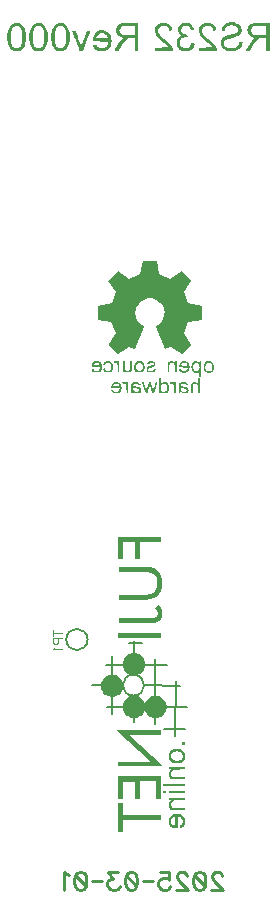
<source format=gbr>
G04 DipTrace 5.1.0.3*
G04 BottomSilk.gbr*
%MOIN*%
G04 #@! TF.FileFunction,Legend,Bot*
G04 #@! TF.Part,Single*
%ADD15C,0.007874*%
%ADD18C,0.005906*%
%ADD62C,0.004632*%
%ADD63C,0.009264*%
%FSLAX26Y26*%
G04*
G70*
G90*
G75*
G01*
G04 BotSilk*
%LPD*%
X758763Y1506776D2*
D15*
G02X758763Y1506776I35433J0D01*
G01*
G36*
X932788Y1511968D2*
X1074603D1*
Y1528899D1*
X932788D1*
Y1511968D1*
G37*
G36*
X932314Y962314D2*
Y864864D1*
X948692D1*
Y905025D1*
X1074704D1*
Y922251D1*
X948692D1*
Y962314D1*
X932314D1*
G37*
G36*
Y1050510D2*
Y975306D1*
X948421D1*
Y1033284D1*
X988843D1*
Y975306D1*
X1004373D1*
Y1033579D1*
X1059173D1*
Y975306D1*
X1074704D1*
Y1050510D1*
X932314D1*
G37*
G36*
X1074637Y1204067D2*
X926074D1*
X1040454Y1099924D1*
X932008D1*
Y1083781D1*
X1081486D1*
X967715Y1187924D1*
X1074637D1*
Y1204067D1*
G37*
G36*
X933059Y1579002D2*
Y1561973D1*
X1045812D1*
X1055172Y1562957D1*
X1062021Y1565024D1*
X1067311Y1567878D1*
X1071109Y1571028D1*
X1074466Y1575655D1*
X1076739Y1580970D1*
X1077824Y1587270D1*
X1078536Y1595046D1*
Y1600460D1*
X1077213Y1605678D1*
X1073517Y1613158D1*
X1070024Y1618179D1*
X1064667Y1623100D1*
X1053137Y1611583D1*
X1057206Y1608040D1*
X1059750Y1604693D1*
X1062124Y1599968D1*
X1062971Y1597606D1*
X1063344Y1594751D1*
X1063106Y1590519D1*
X1062530Y1588155D1*
X1061717Y1586384D1*
X1060326Y1584317D1*
X1058020Y1582250D1*
X1055273Y1580675D1*
X1053306Y1579789D1*
X1050899Y1579494D1*
X1048152Y1579100D1*
X1046050Y1578903D1*
X933059Y1579002D1*
G37*
G36*
X932958Y1749292D2*
Y1732066D1*
X1024211D1*
X1032417Y1731574D1*
X1041437Y1729507D1*
X1049034Y1726062D1*
X1053068Y1723011D1*
X1056799Y1718581D1*
X1060190Y1711888D1*
X1062394Y1702339D1*
X1062802Y1694268D1*
X1061717Y1683046D1*
X1059274Y1675073D1*
X1055815Y1669167D1*
X1053068Y1666116D1*
X1047372Y1661981D1*
X1038861Y1658634D1*
X1025500Y1656666D1*
X1012613D1*
X932890D1*
Y1639440D1*
X1021125D1*
X1036554Y1640621D1*
X1048187Y1643476D1*
X1056935Y1647609D1*
X1063853Y1652926D1*
X1069347Y1659323D1*
X1073618Y1667100D1*
X1076806Y1677140D1*
X1078501Y1692003D1*
Y1695843D1*
X1077553Y1708344D1*
X1074669Y1719466D1*
X1070668Y1727735D1*
X1065446Y1734625D1*
X1058326Y1740434D1*
X1049645Y1744961D1*
X1037776Y1748111D1*
X1021227Y1749390D1*
X932958Y1749292D1*
G37*
X983519Y1500649D2*
D18*
Y1390993D1*
X891655Y1422885D2*
X1093117D1*
X968190Y1495726D2*
X1009969D1*
X912374Y1452710D2*
Y1258205D1*
X844994Y1353687D2*
X946285D1*
X894265Y1281731D2*
X1160091D1*
X1123433Y1369043D2*
X1122789Y1185167D1*
G36*
X948794Y1352508D2*
X948477Y1347676D1*
X947533Y1342928D1*
X945977Y1338343D1*
X943835Y1334001D1*
X941145Y1329975D1*
X937953Y1326335D1*
X934313Y1323143D1*
X930287Y1320453D1*
X925945Y1318311D1*
X921360Y1316755D1*
X916612Y1315811D1*
X911780Y1315494D1*
X906949Y1315811D1*
X902200Y1316755D1*
X897616Y1318311D1*
X893273Y1320453D1*
X889248Y1323143D1*
X885608Y1326335D1*
X882415Y1329975D1*
X879725Y1334001D1*
X877584Y1338343D1*
X876028Y1342928D1*
X875083Y1347676D1*
X874767Y1352508D1*
Y1353191D1*
X875083Y1358023D1*
X876028Y1362771D1*
X877584Y1367356D1*
X879725Y1371698D1*
X882415Y1375724D1*
X885608Y1379364D1*
X889248Y1382556D1*
X893273Y1385246D1*
X897616Y1387388D1*
X902200Y1388944D1*
X906949Y1389889D1*
X911780Y1390205D1*
X916612Y1389889D1*
X921360Y1388944D1*
X925945Y1387388D1*
X930287Y1385246D1*
X934313Y1382556D1*
X937953Y1379364D1*
X941145Y1375724D1*
X943835Y1371698D1*
X945977Y1367356D1*
X947533Y1362771D1*
X948477Y1358023D1*
X948794Y1353191D1*
Y1352508D1*
G37*
G36*
X932652Y1774098D2*
Y1849203D1*
X1075517D1*
Y1831878D1*
X1004543D1*
Y1774098D1*
X989046D1*
Y1832371D1*
X948557D1*
Y1774098D1*
X932652D1*
G37*
G36*
X1021396Y1424249D2*
X1021080Y1419420D1*
X1020136Y1414674D1*
X1018580Y1410091D1*
X1016440Y1405751D1*
X1013751Y1401727D1*
X1010560Y1398089D1*
X1006922Y1394898D1*
X1002898Y1392209D1*
X998558Y1390069D1*
X993975Y1388513D1*
X989229Y1387569D1*
X984400Y1387252D1*
X979571Y1387569D1*
X974824Y1388513D1*
X970242Y1390069D1*
X965901Y1392209D1*
X961878Y1394898D1*
X958239Y1398089D1*
X955048Y1401727D1*
X952360Y1405751D1*
X950219Y1410091D1*
X948664Y1414674D1*
X947720Y1419420D1*
X947403Y1424249D1*
Y1424967D1*
X947720Y1429796D1*
X948664Y1434543D1*
X950219Y1439125D1*
X952360Y1443465D1*
X955048Y1447489D1*
X958239Y1451128D1*
X961878Y1454319D1*
X965901Y1457007D1*
X970242Y1459148D1*
X974824Y1460703D1*
X979571Y1461647D1*
X984400Y1461964D1*
X989229Y1461647D1*
X993975Y1460703D1*
X998558Y1459148D1*
X1002898Y1457007D1*
X1006922Y1454319D1*
X1010560Y1451128D1*
X1013751Y1447489D1*
X1016440Y1443465D1*
X1018580Y1439125D1*
X1020136Y1434543D1*
X1021080Y1429796D1*
X1021396Y1424967D1*
Y1424249D1*
G37*
G36*
Y1282110D2*
X1021080Y1277281D1*
X1020136Y1272535D1*
X1018580Y1267952D1*
X1016440Y1263612D1*
X1013751Y1259588D1*
X1010560Y1255949D1*
X1006922Y1252759D1*
X1002898Y1250070D1*
X998558Y1247930D1*
X993975Y1246374D1*
X989229Y1245430D1*
X984400Y1245113D1*
X979571Y1245430D1*
X974824Y1246374D1*
X970242Y1247930D1*
X965901Y1250070D1*
X961878Y1252759D1*
X958239Y1255949D1*
X955048Y1259588D1*
X952360Y1263612D1*
X950219Y1267952D1*
X948664Y1272535D1*
X947720Y1277281D1*
X947403Y1282110D1*
Y1282829D1*
X947720Y1287658D1*
X948664Y1292405D1*
X950219Y1296987D1*
X952360Y1301328D1*
X955048Y1305351D1*
X958239Y1308990D1*
X961878Y1312181D1*
X965901Y1314869D1*
X970242Y1317010D1*
X974824Y1318565D1*
X979571Y1319509D1*
X984400Y1319826D1*
X989229Y1319509D1*
X993975Y1318565D1*
X998558Y1317010D1*
X1002898Y1314869D1*
X1006922Y1312181D1*
X1010560Y1308990D1*
X1013751Y1305351D1*
X1016440Y1301328D1*
X1018580Y1296987D1*
X1020136Y1292405D1*
X1021080Y1287658D1*
X1021396Y1282829D1*
Y1282110D1*
G37*
G36*
X1093185Y1282093D2*
X1092869Y1277266D1*
X1091925Y1272522D1*
X1090370Y1267942D1*
X1088231Y1263603D1*
X1085543Y1259581D1*
X1082354Y1255944D1*
X1078717Y1252755D1*
X1074695Y1250068D1*
X1070357Y1247928D1*
X1065777Y1246373D1*
X1061032Y1245430D1*
X1056206Y1245113D1*
X1051379Y1245430D1*
X1046634Y1246373D1*
X1042054Y1247928D1*
X1037716Y1250068D1*
X1033694Y1252755D1*
X1030057Y1255944D1*
X1026868Y1259581D1*
X1024180Y1263603D1*
X1022041Y1267942D1*
X1020486Y1272522D1*
X1019542Y1277266D1*
X1019226Y1282093D1*
Y1282846D1*
X1019542Y1287673D1*
X1020486Y1292417D1*
X1022041Y1296998D1*
X1024180Y1301336D1*
X1026868Y1305358D1*
X1030057Y1308995D1*
X1033694Y1312184D1*
X1037716Y1314872D1*
X1042054Y1317011D1*
X1046634Y1318566D1*
X1051379Y1319510D1*
X1056206Y1319826D1*
X1061032Y1319510D1*
X1065777Y1318566D1*
X1070357Y1317011D1*
X1074695Y1314872D1*
X1078717Y1312184D1*
X1082354Y1308995D1*
X1085543Y1305358D1*
X1088231Y1301336D1*
X1090370Y1296998D1*
X1091925Y1292417D1*
X1092869Y1287673D1*
X1093185Y1282846D1*
Y1282093D1*
G37*
X982133Y1319628D2*
D18*
X983243D1*
G03X983243Y1389221I0J34797D01*
G01*
X982133D1*
G03X982133Y1319628I0J-34797D01*
G01*
X1083487Y1209776D2*
X1154767D1*
X1053509Y1442966D2*
Y1225132D1*
X983553Y1233106D2*
Y1311754D1*
X1019532Y1353687D2*
X1136794Y1353096D1*
G36*
X1105557Y2482234D2*
X1088393Y2475169D1*
X1086167Y2476224D1*
X1056605Y2548760D1*
X1057104Y2550642D1*
X1063280Y2553854D1*
X1068865Y2557983D1*
X1074042Y2562800D1*
X1079083Y2569361D1*
X1082080Y2575830D1*
X1084759Y2583493D1*
X1086030Y2590512D1*
X1086303Y2598817D1*
X1085168Y2606249D1*
X1083760Y2611342D1*
X1080853Y2617994D1*
X1076903Y2624280D1*
X1072045Y2629969D1*
X1066096Y2635016D1*
X1059874Y2638687D1*
X1052473Y2641852D1*
X1044935Y2643641D1*
X1037851Y2644238D1*
X1032400Y2643825D1*
X1024635Y2642402D1*
X1017324Y2639742D1*
X1011012Y2636117D1*
X1005336Y2631941D1*
X999614Y2625886D1*
X995618Y2620060D1*
X991986Y2612627D1*
X990033Y2605699D1*
X989306Y2600376D1*
X989034Y2592990D1*
X989806Y2585787D1*
X991895Y2578262D1*
X995345Y2570646D1*
X999705Y2564682D1*
X1004474Y2559543D1*
X1010604Y2554863D1*
X1017597Y2550918D1*
X1018505Y2549633D1*
X1018323Y2548027D1*
X988807Y2475857D1*
X986627Y2475123D1*
X969280Y2482280D1*
X932407Y2457642D1*
X931453D1*
X899938Y2488888D1*
X899848Y2490218D1*
X924687Y2526876D1*
X909339Y2563993D1*
X865017Y2572619D1*
X865109Y2618224D1*
X909566Y2626804D1*
X924732Y2663461D1*
X899302Y2701267D1*
X931816Y2733522D1*
X969099Y2708378D1*
X1006063Y2723427D1*
X1014690Y2767793D1*
X1060374Y2767885D1*
X1069184Y2723473D1*
X1105920Y2708287D1*
X1143339Y2733430D1*
X1175717Y2701267D1*
X1150559Y2663875D1*
X1165726Y2626896D1*
X1210138Y2618270D1*
Y2572527D1*
X1165726Y2563764D1*
X1150650Y2527519D1*
X1175626Y2489805D1*
X1143429Y2457184D1*
X1106511Y2482188D1*
X1105557Y2482234D1*
G37*
G36*
X1303333Y3563407D2*
X1297428Y3562226D1*
X1293885Y3561045D1*
X1289160Y3558683D1*
X1285617Y3556321D1*
X1280893Y3551596D1*
X1277349Y3544510D1*
X1276168Y3540966D1*
Y3536242D1*
X1286798D1*
X1289160Y3543329D1*
Y3544510D1*
X1295066Y3550415D1*
X1297428Y3551596D1*
X1302152Y3552777D1*
X1307664Y3553959D1*
X1313176D1*
X1318688Y3552777D1*
X1323412Y3551596D1*
X1325774Y3550415D1*
X1331680Y3544510D1*
Y3540966D1*
X1332573Y3539378D1*
X1332455Y3538314D1*
X1331680Y3537423D1*
X1330499Y3533880D1*
Y3532699D1*
X1328137Y3530336D1*
X1323412Y3527974D1*
X1316326Y3525612D1*
X1297428Y3520888D1*
X1290341Y3518525D1*
X1285617Y3516163D1*
X1282074Y3513801D1*
X1277349Y3509077D1*
X1274987Y3505533D1*
X1273806Y3501990D1*
Y3487817D1*
X1277349Y3480730D1*
X1284436Y3473644D1*
X1291522Y3470100D1*
X1295066Y3468919D1*
X1300971Y3467738D1*
X1315145D1*
X1321050Y3468919D1*
X1325774Y3470100D1*
X1332861Y3473644D1*
X1341129Y3481911D1*
X1343491Y3485455D1*
X1344672Y3488998D1*
X1345853Y3491360D1*
X1347034Y3498447D1*
Y3499628D1*
X1336404D1*
X1335223Y3497266D1*
X1334042Y3492541D1*
X1332861Y3490179D1*
X1330499Y3486636D1*
X1325774Y3481911D1*
X1323412Y3480730D1*
X1319869Y3479549D1*
X1315145Y3478368D1*
X1310026Y3477187D1*
X1304908D1*
X1299790Y3478368D1*
X1292704Y3480730D1*
X1290341Y3481911D1*
X1285617Y3486636D1*
Y3487817D1*
X1284436Y3488998D1*
Y3498447D1*
X1285617Y3499628D1*
Y3500809D1*
X1289160Y3504352D1*
X1296247Y3507896D1*
X1315145Y3512620D1*
X1329318Y3517344D1*
X1336404Y3522069D1*
X1338767Y3524431D1*
X1341129Y3527974D1*
X1342310Y3531518D1*
X1343491Y3536242D1*
Y3539785D1*
X1342310Y3545691D1*
X1339948Y3550415D1*
X1337585Y3553959D1*
X1336404Y3555140D1*
X1331680Y3558683D1*
X1329318Y3559864D1*
X1323412Y3562226D1*
X1317507Y3563407D1*
X1303333D1*
G37*
G36*
X571050Y3551596D2*
X570662Y3550163D1*
X569869Y3549234D1*
X566326Y3542148D1*
X565145Y3538604D1*
X563963Y3532699D1*
X562782Y3523250D1*
Y3507896D1*
X563963Y3497266D1*
X565145Y3491360D1*
X566326Y3487817D1*
X571050Y3478368D1*
X578137Y3471281D1*
X582861Y3468919D1*
X587585Y3467738D1*
X598215D1*
X602940Y3468919D1*
X607664Y3471281D1*
X611208Y3473644D1*
X613570Y3476006D1*
X615932Y3479549D1*
X619475Y3486636D1*
X620656Y3490179D1*
X621837Y3494903D1*
X623019Y3503171D1*
Y3526793D1*
X621837Y3535061D1*
X620656Y3539785D1*
X619475Y3543329D1*
X615932Y3550415D1*
X607664Y3558683D1*
X602940Y3561045D1*
X598215Y3562226D1*
X587585D1*
X580499Y3559864D1*
X576956Y3557502D1*
X571050Y3551596D1*
X587585D1*
X591129Y3552777D1*
X594672D1*
X601759Y3550415D1*
X607664Y3544510D1*
Y3543329D1*
X610026Y3536242D1*
X611208Y3529155D1*
X612389Y3527974D1*
Y3501990D1*
X611208Y3500809D1*
X610026Y3493722D1*
X608845Y3488998D1*
X607664Y3486636D1*
Y3485455D1*
X602940Y3480730D1*
X598215Y3478368D1*
X594672Y3477187D1*
X591129D1*
X587585Y3478368D1*
X585223Y3479549D1*
X584042Y3480730D1*
X581680Y3481911D1*
X579318Y3484273D1*
Y3485455D1*
X576956Y3490179D1*
X575774Y3494903D1*
X574593Y3504352D1*
X573412Y3505533D1*
Y3524431D1*
X574593Y3525612D1*
X575774Y3535061D1*
X576956Y3539785D1*
X579318Y3544510D1*
Y3545691D1*
X582861Y3549234D1*
X587585Y3551596D1*
X571050D1*
G37*
G36*
X644278D2*
X643890Y3550163D1*
X643097Y3549234D1*
X639554Y3542148D1*
X638373Y3538604D1*
X637192Y3532699D1*
X636011Y3523250D1*
Y3507896D1*
X637192Y3497266D1*
X638373Y3491360D1*
X639554Y3487817D1*
X644278Y3478368D1*
X651365Y3471281D1*
X656089Y3468919D1*
X660814Y3467738D1*
X671444D1*
X676168Y3468919D1*
X680893Y3471281D1*
X684436Y3473644D1*
X686798Y3476006D1*
X689160Y3479549D1*
X692704Y3486636D1*
X693885Y3490179D1*
X695066Y3494903D1*
X696247Y3503171D1*
Y3526793D1*
X695066Y3535061D1*
X693885Y3539785D1*
X692704Y3543329D1*
X689160Y3550415D1*
X680893Y3558683D1*
X676168Y3561045D1*
X671444Y3562226D1*
X660814D1*
X653727Y3559864D1*
X650184Y3557502D1*
X644278Y3551596D1*
X660814D1*
X664357Y3552777D1*
X667900D1*
X674987Y3550415D1*
X680893Y3544510D1*
Y3543329D1*
X683255Y3536242D1*
X684436Y3529155D1*
X685617Y3527974D1*
Y3501990D1*
X684436Y3500809D1*
X683255Y3493722D1*
X682074Y3488998D1*
X680893Y3486636D1*
Y3485455D1*
X676168Y3480730D1*
X671444Y3478368D1*
X667900Y3477187D1*
X664357D1*
X660814Y3478368D1*
X658452Y3479549D1*
X657271Y3480730D1*
X654908Y3481911D1*
X652546Y3484273D1*
Y3485455D1*
X650184Y3490179D1*
X649003Y3494903D1*
X647822Y3504352D1*
X646641Y3505533D1*
Y3524431D1*
X647822Y3525612D1*
X649003Y3535061D1*
X650184Y3539785D1*
X652546Y3544510D1*
Y3545691D1*
X656089Y3549234D1*
X660814Y3551596D1*
X644278D1*
G37*
G36*
X717507D2*
X717118Y3550163D1*
X716326Y3549234D1*
X712782Y3542148D1*
X711601Y3538604D1*
X710420Y3532699D1*
X709239Y3523250D1*
Y3507896D1*
X710420Y3497266D1*
X711601Y3491360D1*
X712782Y3487817D1*
X717507Y3478368D1*
X724593Y3471281D1*
X729318Y3468919D1*
X734042Y3467738D1*
X744672D1*
X749396Y3468919D1*
X754121Y3471281D1*
X757664Y3473644D1*
X760026Y3476006D1*
X762389Y3479549D1*
X765932Y3486636D1*
X767113Y3490179D1*
X768294Y3494903D1*
X769475Y3503171D1*
Y3526793D1*
X768294Y3535061D1*
X767113Y3539785D1*
X765932Y3543329D1*
X762389Y3550415D1*
X754121Y3558683D1*
X749396Y3561045D1*
X744672Y3562226D1*
X734042D1*
X726956Y3559864D1*
X723412Y3557502D1*
X717507Y3551596D1*
X734042D1*
X737585Y3552777D1*
X741129D1*
X748215Y3550415D1*
X754121Y3544510D1*
Y3543329D1*
X756483Y3536242D1*
X757664Y3529155D1*
X758845Y3527974D1*
Y3501990D1*
X757664Y3500809D1*
X756483Y3493722D1*
X755302Y3488998D1*
X754121Y3486636D1*
Y3485455D1*
X749396Y3480730D1*
X744672Y3478368D1*
X741129Y3477187D1*
X737585D1*
X734042Y3478368D1*
X731680Y3479549D1*
X730499Y3480730D1*
X728137Y3481911D1*
X725774Y3484273D1*
Y3485455D1*
X723412Y3490179D1*
X722231Y3494903D1*
X721050Y3504352D1*
X719869Y3505533D1*
Y3524431D1*
X721050Y3525612D1*
X722231Y3535061D1*
X723412Y3539785D1*
X725774Y3544510D1*
Y3545691D1*
X729318Y3549234D1*
X734042Y3551596D1*
X717507D1*
G37*
G36*
X928924D2*
X927743Y3550415D1*
X926562Y3548053D1*
X925381Y3544510D1*
X924200Y3537423D1*
X925381Y3530336D1*
X926562Y3526793D1*
X927743Y3524431D1*
X934830Y3517344D1*
X939554Y3514982D1*
X943097Y3513801D1*
X947822Y3512620D1*
X950184Y3511439D1*
X947822Y3510258D1*
X944278Y3507896D1*
X938373Y3501990D1*
X934830Y3497266D1*
X932467Y3493722D1*
X931286Y3491360D1*
X926562Y3484273D1*
X925381Y3481911D1*
X920656Y3474825D1*
X919475Y3472462D1*
X917113Y3468919D1*
X931286D1*
X933648Y3471281D1*
X936011Y3474825D1*
X937192Y3477187D1*
X939554Y3480730D1*
X940735Y3483092D1*
X950184Y3497266D1*
X953727Y3501990D1*
Y3503171D1*
X957271Y3506714D1*
X959633Y3507896D1*
X960814Y3509077D1*
X964357Y3510258D1*
X971837Y3511439D1*
X979318D1*
X986798Y3510258D1*
Y3468919D1*
X998609D1*
Y3562226D1*
X947822D1*
X941916Y3561045D1*
X938373Y3559864D1*
X933648Y3557502D1*
X930105Y3553959D1*
X928924Y3551596D1*
X949003D1*
X961601Y3552777D1*
X974200D1*
X986798Y3551596D1*
Y3522069D1*
X974593Y3520888D1*
X962389D1*
X950184Y3522069D1*
X945459Y3523250D1*
X943097Y3524431D1*
X938373Y3529155D1*
Y3530336D1*
X937192Y3533880D1*
X936011Y3535061D1*
Y3539785D1*
X937192Y3540966D1*
X939554Y3545691D1*
X939784Y3546528D1*
X940735Y3548053D1*
X945459Y3550415D1*
X949003Y3551596D1*
X928924D1*
G37*
G36*
X1076562Y3562226D2*
X1071837Y3561045D1*
X1068294Y3559864D1*
X1065932Y3558683D1*
X1057664Y3550415D1*
X1055302Y3545691D1*
X1054121Y3542148D1*
Y3531518D1*
X1056483Y3524431D1*
X1057664Y3522069D1*
X1060026Y3518525D1*
X1077743Y3500809D1*
X1084830Y3494903D1*
X1087192Y3493722D1*
X1099003Y3481911D1*
Y3480730D1*
X1054121Y3479549D1*
Y3468919D1*
X1114357D1*
Y3474825D1*
X1113176Y3477187D1*
X1111995Y3480730D1*
X1107271Y3487817D1*
X1093097Y3501990D1*
X1086011Y3507896D1*
X1083648Y3509077D1*
X1069475Y3523250D1*
Y3524431D1*
X1067113Y3527974D1*
X1065932Y3531518D1*
X1064751Y3532699D1*
Y3540966D1*
X1065932Y3542148D1*
X1068294Y3545691D1*
X1068524Y3546528D1*
X1069475Y3548053D1*
X1076562Y3551596D1*
X1080893Y3552777D1*
X1085223D1*
X1089554Y3551596D1*
X1093097Y3550415D1*
X1095459Y3549234D1*
X1100184Y3544510D1*
Y3543329D1*
X1101365Y3536242D1*
X1106089D1*
X1111995Y3537423D1*
Y3542148D1*
X1110814Y3545691D1*
X1108452Y3550415D1*
X1106089Y3553959D1*
X1104908Y3555140D1*
X1100184Y3558683D1*
X1097822Y3559864D1*
X1094278Y3561045D1*
X1089554Y3562226D1*
X1076562D1*
G37*
G36*
X1152152D2*
X1147428Y3561045D1*
X1140341Y3557502D1*
X1134436Y3551596D1*
X1132074Y3546872D1*
X1130893Y3543329D1*
Y3533880D1*
X1134436Y3526793D1*
X1137979Y3523250D1*
X1140341Y3522069D1*
X1142704Y3519707D1*
X1139160Y3518525D1*
X1136798Y3517344D1*
X1133255Y3514982D1*
X1130893Y3512620D1*
X1128530Y3509077D1*
X1126168Y3501990D1*
Y3491360D1*
X1128530Y3484273D1*
X1129711Y3481911D1*
X1133255Y3477187D1*
X1134436Y3476006D1*
X1139160Y3472462D1*
X1146247Y3468919D1*
X1150971Y3467738D1*
X1162782D1*
X1167507Y3468919D1*
X1171050Y3470100D1*
X1174593Y3472462D1*
X1179318Y3476006D1*
X1182861Y3480730D1*
X1185223Y3485455D1*
X1186404Y3490179D1*
Y3492541D1*
X1180499Y3493722D1*
X1175774D1*
X1174593Y3490179D1*
X1172231Y3485455D1*
Y3484273D1*
X1169869Y3481911D1*
X1167507Y3480730D1*
X1166326Y3479549D1*
X1162782Y3478368D1*
X1158845Y3477187D1*
X1154908D1*
X1150971Y3478368D1*
X1147428Y3479549D1*
X1146247Y3480730D1*
X1143885Y3481911D1*
X1140341Y3485455D1*
Y3486636D1*
X1139160Y3488998D1*
X1137979Y3492541D1*
X1136798Y3493722D1*
Y3499628D1*
X1137979Y3500809D1*
X1139160Y3504352D1*
X1140341Y3506714D1*
Y3507896D1*
X1142704Y3510258D1*
X1145066Y3511439D1*
X1146247Y3512620D1*
X1149790Y3513801D1*
X1154121Y3514982D1*
X1158452D1*
X1162782Y3513801D1*
X1163963D1*
Y3514982D1*
X1162782Y3523250D1*
X1154515Y3524431D1*
X1150971Y3525612D1*
X1146247Y3527974D1*
X1142704Y3531518D1*
Y3532699D1*
X1141522Y3533880D1*
Y3542148D1*
X1142704Y3543329D1*
X1143885Y3545691D1*
X1144114Y3546528D1*
X1145066Y3548053D1*
X1147428Y3549234D1*
X1148609Y3550415D1*
X1155696Y3552777D1*
X1159239D1*
X1166326Y3550415D1*
X1167507Y3549234D1*
X1169869Y3548053D1*
X1170820Y3546528D1*
X1171050Y3545691D1*
X1173412Y3540966D1*
X1174593Y3537423D1*
X1179318D1*
X1185223Y3538604D1*
Y3539785D1*
X1184042Y3544510D1*
X1181680Y3549234D1*
X1179318Y3552777D1*
X1174593Y3557502D1*
X1167507Y3561045D1*
X1162782Y3562226D1*
X1152152D1*
G37*
G36*
X1223019D2*
X1218294Y3561045D1*
X1214751Y3559864D1*
X1212389Y3558683D1*
X1204121Y3550415D1*
X1201759Y3545691D1*
X1200578Y3542148D1*
Y3531518D1*
X1202940Y3524431D1*
X1204121Y3522069D1*
X1206483Y3518525D1*
X1224200Y3500809D1*
X1231286Y3494903D1*
X1233648Y3493722D1*
X1245459Y3481911D1*
Y3480730D1*
X1200578Y3479549D1*
Y3468919D1*
X1260814D1*
Y3474825D1*
X1259633Y3477187D1*
X1258452Y3480730D1*
X1253727Y3487817D1*
X1239554Y3501990D1*
X1232467Y3507896D1*
X1230105Y3509077D1*
X1215932Y3523250D1*
Y3524431D1*
X1213570Y3527974D1*
X1212389Y3531518D1*
X1211208Y3532699D1*
Y3540966D1*
X1212389Y3542148D1*
X1214751Y3545691D1*
X1214980Y3546528D1*
X1215932Y3548053D1*
X1223019Y3551596D1*
X1227349Y3552777D1*
X1231680D1*
X1236011Y3551596D1*
X1239554Y3550415D1*
X1241916Y3549234D1*
X1246641Y3544510D1*
Y3543329D1*
X1247822Y3536242D1*
X1252546D1*
X1258452Y3537423D1*
Y3542148D1*
X1257271Y3545691D1*
X1254908Y3550415D1*
X1252546Y3553959D1*
X1251365Y3555140D1*
X1246641Y3558683D1*
X1244278Y3559864D1*
X1240735Y3561045D1*
X1236011Y3562226D1*
X1223019D1*
G37*
G36*
X1367113Y3551596D2*
X1365932Y3550415D1*
X1364751Y3548053D1*
X1363570Y3544510D1*
X1362389Y3537423D1*
X1363570Y3530336D1*
X1364751Y3526793D1*
X1365932Y3524431D1*
X1373019Y3517344D1*
X1377743Y3514982D1*
X1381286Y3513801D1*
X1386011Y3512620D1*
X1388373Y3511439D1*
X1386011Y3510258D1*
X1382467Y3507896D1*
X1376562Y3501990D1*
X1373019Y3497266D1*
X1370656Y3493722D1*
X1369475Y3491360D1*
X1364751Y3484273D1*
X1363570Y3481911D1*
X1358845Y3474825D1*
X1357664Y3472462D1*
X1355302Y3468919D1*
X1369475D1*
X1371837Y3471281D1*
X1374200Y3474825D1*
X1375381Y3477187D1*
X1377743Y3480730D1*
X1378924Y3483092D1*
X1388373Y3497266D1*
X1391916Y3501990D1*
Y3503171D1*
X1395459Y3506714D1*
X1397822Y3507896D1*
X1399003Y3509077D1*
X1402546Y3510258D1*
X1410026Y3511439D1*
X1417507D1*
X1424987Y3510258D1*
Y3468919D1*
X1436798D1*
Y3562226D1*
X1386011D1*
X1380105Y3561045D1*
X1376562Y3559864D1*
X1371837Y3557502D1*
X1368294Y3553959D1*
X1367113Y3551596D1*
X1387192D1*
X1399790Y3552777D1*
X1412389D1*
X1424987Y3551596D1*
Y3522069D1*
X1412782Y3520888D1*
X1400578D1*
X1388373Y3522069D1*
X1383648Y3523250D1*
X1381286Y3524431D1*
X1376562Y3529155D1*
Y3530336D1*
X1375381Y3533880D1*
X1374200Y3535061D1*
Y3539785D1*
X1375381Y3540966D1*
X1377743Y3545691D1*
X1377973Y3546528D1*
X1378924Y3548053D1*
X1383648Y3550415D1*
X1387192Y3551596D1*
X1367113D1*
G37*
G36*
X854515Y3526793D2*
Y3525612D1*
X852152Y3523250D1*
X850971Y3520888D1*
X849790Y3517344D1*
X848609Y3512620D1*
Y3500809D1*
X898215Y3498447D1*
Y3492541D1*
X897034Y3491360D1*
X894672Y3486636D1*
Y3485455D1*
X891129Y3481911D1*
X884042Y3478368D1*
X879711Y3477187D1*
X875381D1*
X871050Y3478368D1*
X863963Y3481911D1*
X862563Y3483239D1*
X862782Y3484273D1*
X860420Y3487817D1*
X859239Y3488998D1*
X854515D1*
X848609Y3487817D1*
Y3486636D1*
X852152Y3479549D1*
X859239Y3472462D1*
X866326Y3468919D1*
X871050Y3467738D1*
X884042D1*
X888767Y3468919D1*
X892310Y3470100D1*
X894672Y3471281D1*
X898215Y3473644D1*
X902940Y3478368D1*
X905302Y3481911D1*
X906483Y3484273D1*
X908845Y3491360D1*
X910026Y3500809D1*
Y3503171D1*
X908845Y3512620D1*
X907664Y3517344D1*
X904121Y3524431D1*
X901759Y3527974D1*
X899396Y3530336D1*
X895853Y3532699D1*
X888767Y3536242D1*
X884042Y3537423D1*
X872231D1*
X865145Y3535061D1*
X862782Y3533880D1*
X859239Y3531518D1*
X854515Y3526793D1*
X872231D1*
X876168Y3527974D1*
X880105D1*
X884042Y3526793D1*
X887585Y3525612D1*
X892310Y3523250D1*
X894672Y3520888D1*
Y3519707D1*
X897034Y3514982D1*
X898215Y3513801D1*
Y3511439D1*
X885223Y3510258D1*
X872231D1*
X859239Y3511439D1*
Y3514982D1*
X860420Y3516163D1*
X861601Y3518525D1*
Y3519707D1*
X866326Y3524431D1*
X868688Y3525612D1*
X872231Y3526793D1*
X854515D1*
G37*
G36*
X778924Y3536242D2*
Y3533880D1*
X780105Y3531518D1*
X782467Y3524431D1*
X783648Y3522069D1*
X786011Y3514982D1*
X787192Y3512620D1*
X789554Y3505533D1*
X790735Y3503171D1*
X793097Y3496085D1*
X794278Y3493722D1*
X796641Y3486636D1*
X797822Y3484273D1*
X800184Y3477187D1*
X801365Y3474825D1*
X802546Y3471281D1*
X803727Y3468919D1*
X813176D1*
X814357Y3470100D1*
X815538Y3472462D1*
X816719Y3476006D1*
X817900Y3478368D1*
X820263Y3485455D1*
X821444Y3487817D1*
X823806Y3494903D1*
X824987Y3497266D1*
X827349Y3504352D1*
X828530Y3506714D1*
X830893Y3513801D1*
X832074Y3516163D1*
X834436Y3523250D1*
X835617Y3525612D1*
X836798Y3529155D1*
X837979Y3531518D1*
X839160Y3535061D1*
Y3536242D1*
X828530D1*
X827349Y3535061D1*
X821444Y3517344D1*
X820263Y3514982D1*
X815538Y3500809D1*
X814357Y3498447D1*
X810814Y3487817D1*
Y3484273D1*
X809374Y3483041D1*
X808008Y3483194D1*
X807271Y3484273D1*
Y3486636D1*
X803727Y3497266D1*
X802546Y3499628D1*
X797822Y3513801D1*
X796641Y3516163D1*
X793097Y3526793D1*
X791916Y3529155D1*
X789554Y3536242D1*
X778924D1*
G37*
G36*
X1146116Y1165245D2*
Y1156058D1*
X1154383D1*
Y1165245D1*
X1146116D1*
G37*
G36*
X1105696Y1133092D2*
X1103858Y1131255D1*
X1102021Y1127581D1*
X1101103Y1123906D1*
Y1111964D1*
X1102021Y1109208D1*
X1104777Y1103696D1*
X1110289Y1098184D1*
X1115801Y1095428D1*
X1118557Y1094510D1*
X1125906Y1093591D1*
X1129580D1*
X1136929Y1094510D1*
X1142441Y1096347D1*
X1147953Y1100022D1*
X1151627Y1104615D1*
X1153465Y1108289D1*
X1154383Y1111045D1*
X1155302Y1116557D1*
Y1120231D1*
X1154383Y1125743D1*
X1153465Y1128499D1*
X1152546Y1130336D1*
X1150709Y1133092D1*
X1145197Y1138604D1*
X1141522Y1140441D1*
X1138767Y1141360D1*
X1135092Y1142279D1*
X1120394D1*
X1116719Y1141360D1*
X1112126Y1139523D1*
X1109370Y1137686D1*
X1105696Y1134011D1*
Y1133092D1*
X1120394D1*
X1125293Y1134011D1*
X1130193D1*
X1135092Y1133092D1*
X1138767Y1132174D1*
X1140604Y1131255D1*
X1146116Y1125743D1*
Y1124825D1*
X1147034Y1121150D1*
X1147953Y1120231D1*
Y1116557D1*
X1147034Y1115638D1*
X1146116Y1111964D1*
X1145197Y1110127D1*
Y1109208D1*
X1142441Y1106452D1*
X1136929Y1103696D1*
X1131417Y1102777D1*
X1128968Y1101859D1*
X1126518D1*
X1124068Y1102777D1*
X1119475Y1103696D1*
X1116719Y1104615D1*
X1114882Y1105533D1*
X1110289Y1110127D1*
Y1111045D1*
X1109370Y1112882D1*
X1108452Y1113801D1*
Y1122987D1*
X1109370Y1123906D1*
X1110289Y1125743D1*
Y1126662D1*
X1113963Y1130336D1*
X1117638Y1132174D1*
X1120394Y1133092D1*
X1105696D1*
G37*
G36*
X1102021Y1082567D2*
Y1075218D1*
X1108452Y1074300D1*
X1103858Y1069707D1*
X1102021Y1066032D1*
X1101103Y1063276D1*
Y1052252D1*
X1102021Y1049497D1*
X1102940Y1047659D1*
X1104777Y1044903D1*
X1105696Y1043985D1*
X1108452Y1042148D1*
X1110289Y1041229D1*
X1113963Y1040310D1*
X1154383D1*
Y1047659D1*
X1153465Y1048578D1*
X1114882Y1049497D1*
X1111208Y1051334D1*
X1110118Y1052367D1*
X1110289Y1053171D1*
X1109370Y1055008D1*
X1108452Y1055927D1*
Y1064195D1*
X1109370Y1065113D1*
X1110289Y1066951D1*
Y1067869D1*
X1113963Y1071544D1*
X1115801Y1072462D1*
X1119475Y1073381D1*
X1154383Y1074300D1*
Y1081649D1*
X1153465Y1082567D1*
X1102021D1*
G37*
G36*
X1081811Y1025612D2*
Y1017344D1*
X1154383D1*
Y1025612D1*
X1081811D1*
G37*
G36*
Y1002646D2*
Y994378D1*
X1090079D1*
Y1001728D1*
X1089160Y1002646D1*
X1081811D1*
G37*
G36*
X1102021D2*
Y994378D1*
X1154383D1*
Y1001728D1*
X1153465Y1002646D1*
X1102021D1*
G37*
G36*
Y979680D2*
Y972331D1*
X1108452Y971413D1*
X1103858Y966819D1*
X1102021Y963145D1*
X1101103Y960389D1*
Y949365D1*
X1102021Y946609D1*
X1102940Y944772D1*
X1104777Y942016D1*
X1105696Y941098D1*
X1108452Y939260D1*
X1110289Y938342D1*
X1113963Y937423D1*
X1154383D1*
Y944772D1*
X1153465Y945691D1*
X1114882Y946609D1*
X1111208Y948447D1*
X1110118Y949479D1*
X1110289Y950284D1*
X1109370Y952121D1*
X1108452Y953040D1*
Y961308D1*
X1109370Y962226D1*
X1110289Y964064D1*
Y964982D1*
X1113963Y968657D1*
X1115801Y969575D1*
X1119475Y970494D1*
X1154383Y971413D1*
Y978762D1*
X1153465Y979680D1*
X1102021D1*
G37*
G36*
X1104777Y915376D2*
X1104475Y914261D1*
X1103858Y913539D1*
X1102021Y909864D1*
X1101103Y907108D1*
Y895166D1*
X1102021Y892410D1*
X1103858Y888735D1*
X1105696Y885980D1*
X1109370Y882305D1*
X1114882Y879549D1*
X1117638Y878630D1*
X1121312Y877712D1*
X1129580D1*
Y916294D1*
X1130805Y917213D1*
X1132030D1*
X1133255Y916294D1*
X1136929Y915376D1*
X1139685Y914457D1*
X1140604Y913539D1*
X1142441Y912620D1*
X1145197Y909864D1*
Y908945D1*
X1146116Y907108D1*
X1147034Y903434D1*
X1147953Y902515D1*
Y897922D1*
X1147034Y897003D1*
X1146116Y894247D1*
X1145197Y892410D1*
Y891491D1*
X1142441Y888735D1*
X1138767Y886898D1*
Y879549D1*
X1139685Y878630D1*
X1141522D1*
X1145197Y880468D1*
X1147953Y882305D1*
X1149790Y884142D1*
X1151627Y886898D1*
X1153465Y890573D1*
X1154383Y893329D1*
X1155302Y897922D1*
Y902515D1*
X1154383Y908027D1*
X1153465Y910783D1*
X1150709Y916294D1*
X1147034Y919969D1*
X1144278Y921806D1*
X1140604Y923644D1*
X1137848Y924562D1*
X1133255Y925481D1*
X1123150D1*
X1118557Y924562D1*
X1115801Y923644D1*
X1110289Y920888D1*
X1104777Y915376D1*
X1117638D1*
X1119169Y916294D1*
X1120700D1*
X1122231Y915376D1*
Y886898D1*
X1121006Y885980D1*
X1119781D1*
X1118557Y886898D1*
X1115801Y887817D1*
X1113963Y888735D1*
X1110289Y892410D1*
Y893329D1*
X1109370Y895166D1*
X1108452Y896085D1*
Y906190D1*
X1109370Y907108D1*
X1110289Y908945D1*
Y909864D1*
X1114882Y914457D1*
X1117638Y915376D1*
X1104777D1*
G37*
G36*
X1105958Y2434798D2*
X1103990Y2434142D1*
X1100053Y2432174D1*
X1098740Y2430861D1*
X1097428Y2428237D1*
X1096772Y2426268D1*
Y2396741D1*
X1102021D1*
X1102677Y2422331D1*
X1103990Y2426268D1*
X1104117Y2426733D1*
X1104646Y2427581D1*
X1107271Y2428893D1*
X1109239Y2429549D1*
X1111208D1*
X1115145Y2428237D1*
X1117769Y2426924D1*
X1119082Y2425612D1*
Y2424956D1*
X1119738Y2422987D1*
X1120394Y2419707D1*
X1121050Y2396741D1*
X1126299D1*
Y2434142D1*
X1121706D1*
Y2429549D1*
X1121010Y2428836D1*
X1120671Y2428943D1*
X1120394Y2429549D1*
X1117113Y2432830D1*
X1114488Y2434142D1*
X1111864Y2434798D1*
X1105958D1*
G37*
G36*
X1138767Y2428893D2*
Y2428237D1*
X1137454Y2426924D1*
X1136798Y2425612D1*
X1136142Y2423644D1*
X1135486Y2421019D1*
Y2414457D1*
X1163045Y2413145D1*
Y2409864D1*
X1162389Y2409208D1*
X1161076Y2406583D1*
Y2405927D1*
X1159108Y2403959D1*
X1155171Y2401990D1*
X1152765Y2401334D1*
X1150359D1*
X1147953Y2401990D1*
X1144016Y2403959D1*
X1143238Y2404696D1*
X1143360Y2405271D1*
X1142047Y2407239D1*
X1141391Y2407896D1*
X1138767D1*
X1135486Y2407239D1*
Y2406583D1*
X1137454Y2402646D1*
X1141391Y2398709D1*
X1145328Y2396741D1*
X1147953Y2396085D1*
X1155171D1*
X1157795Y2396741D1*
X1159764Y2397397D1*
X1161076Y2398053D1*
X1163045Y2399365D1*
X1165669Y2401990D1*
X1166982Y2403959D1*
X1167638Y2405271D1*
X1168950Y2409208D1*
X1169606Y2414457D1*
Y2415770D1*
X1168950Y2421019D1*
X1168294Y2423644D1*
X1166326Y2427581D1*
X1165013Y2429549D1*
X1163701Y2430861D1*
X1161732Y2432174D1*
X1157795Y2434142D1*
X1155171Y2434798D1*
X1148609D1*
X1144672Y2433486D1*
X1143360Y2432830D1*
X1141391Y2431518D1*
X1138767Y2428893D1*
X1148609D1*
X1150796Y2429549D1*
X1152984D1*
X1155171Y2428893D1*
X1157139Y2428237D1*
X1159764Y2426924D1*
X1161076Y2425612D1*
Y2424956D1*
X1162389Y2422331D1*
X1163045Y2421675D1*
Y2420363D1*
X1155827Y2419707D1*
X1148609D1*
X1141391Y2420363D1*
Y2422331D1*
X1142047Y2422987D1*
X1142704Y2424300D1*
Y2424956D1*
X1145328Y2427581D1*
X1146641Y2428237D1*
X1148609Y2428893D1*
X1138767D1*
G37*
G36*
X1179449D2*
X1178793Y2428237D1*
X1177480Y2425612D1*
X1176168Y2421675D1*
X1175512Y2416426D1*
Y2415113D1*
X1176168Y2409864D1*
X1176824Y2407239D1*
X1178793Y2403302D1*
X1180105Y2401334D1*
X1182074Y2399365D1*
X1184042Y2398053D1*
X1185354Y2397397D1*
X1189292Y2396085D1*
X1193885D1*
X1196509Y2396741D1*
X1198478Y2398053D1*
X1201103Y2400678D1*
X1201593Y2401099D1*
X1201933Y2401061D1*
X1202415Y2400678D1*
Y2382305D1*
X1207664D1*
Y2434142D1*
X1203071D1*
Y2429549D1*
X1202271Y2428864D1*
X1201510Y2428948D1*
X1200888Y2429708D1*
X1201103Y2430205D1*
X1198478Y2432830D1*
X1195853Y2434142D1*
X1193885Y2434798D1*
X1188635D1*
X1184698Y2433486D1*
X1183386Y2432830D1*
X1179449Y2428893D1*
X1189292D1*
X1191041Y2429549D1*
X1192791D1*
X1194541Y2428893D1*
X1198478Y2426924D1*
X1200446Y2424956D1*
Y2424300D1*
X1201103Y2422987D1*
X1201759Y2421019D1*
X1202415Y2417082D1*
X1203071Y2416426D1*
Y2413801D1*
X1202415Y2413145D1*
X1201759Y2409208D1*
X1201103Y2407239D1*
X1199790Y2405271D1*
X1199574Y2404475D1*
X1199134Y2403959D1*
X1197822Y2403302D1*
X1197166Y2402646D1*
X1193229Y2401334D1*
X1191260D1*
X1189292Y2401990D1*
X1186667Y2403302D1*
X1183386Y2406583D1*
Y2407239D1*
X1182730Y2409208D1*
X1182074Y2412489D1*
X1181417Y2413145D1*
Y2417738D1*
X1182074Y2418394D1*
X1182730Y2422331D1*
X1183386Y2423644D1*
X1184698Y2425612D1*
X1187323Y2428237D1*
X1189292Y2428893D1*
X1179449D1*
G37*
G36*
X1220131D2*
X1219475Y2428237D1*
X1217507Y2424300D1*
X1216851Y2422331D1*
X1216194Y2419050D1*
Y2411833D1*
X1216851Y2408552D1*
X1218163Y2404615D1*
X1219475Y2402646D1*
X1222756Y2399365D1*
X1224725Y2398053D1*
X1226037Y2397397D1*
X1228005Y2396741D1*
X1230630Y2396085D1*
X1236536D1*
X1239816Y2396741D1*
X1243753Y2398709D1*
X1247690Y2402646D1*
X1249003Y2404615D1*
X1250315Y2408552D1*
X1250971Y2411176D1*
Y2419050D1*
X1250315Y2422331D1*
X1249003Y2426268D1*
X1247690Y2428237D1*
X1243753Y2432174D1*
X1241129Y2433486D1*
X1239160Y2434142D1*
X1236536Y2434798D1*
X1230630D1*
X1228005Y2434142D1*
X1226037Y2433486D1*
X1224725Y2432830D1*
X1222756Y2431518D1*
X1220131Y2428893D1*
X1230630D1*
X1232599Y2429549D1*
X1234567D1*
X1238504Y2428237D1*
X1239816Y2427581D1*
X1243097Y2424300D1*
Y2423644D1*
X1243753Y2422331D1*
X1244410Y2419707D1*
X1245066Y2419050D1*
Y2411833D1*
X1244410Y2411176D1*
X1243753Y2408552D1*
X1243097Y2407239D1*
Y2406583D1*
X1239816Y2403302D1*
X1238504Y2402646D1*
X1234567Y2401334D1*
X1232599D1*
X1228662Y2402646D1*
X1227349Y2403302D1*
X1224068Y2406583D1*
Y2407239D1*
X1223412Y2408552D1*
X1222756Y2411176D1*
X1222100Y2411833D1*
Y2419050D1*
X1222756Y2419707D1*
X1223412Y2422331D1*
X1224068Y2423644D1*
Y2424300D1*
X1227349Y2427581D1*
X1228662Y2428237D1*
X1230630Y2428893D1*
X1220131D1*
G37*
G36*
X846772Y2429549D2*
Y2428893D1*
X845459Y2427581D1*
X844803Y2426268D1*
X844147Y2424300D1*
X843491Y2421675D1*
Y2415113D1*
X871050Y2413801D1*
Y2410520D1*
X870394Y2409864D1*
X869082Y2407239D1*
Y2406583D1*
X867113Y2404615D1*
X863176Y2402646D1*
X860770Y2401990D1*
X858364D1*
X855958Y2402646D1*
X852021Y2404615D1*
X851243Y2405352D1*
X851365Y2405927D1*
X850053Y2407896D1*
X849396Y2408552D1*
X846772D1*
X843491Y2407896D1*
Y2407239D1*
X845459Y2403302D1*
X849396Y2399365D1*
X853333Y2397397D1*
X855958Y2396741D1*
X863176D1*
X865801Y2397397D1*
X867769Y2398053D1*
X869082Y2398709D1*
X871050Y2400022D1*
X873675Y2402646D1*
X874987Y2404615D1*
X875643Y2405927D1*
X876956Y2409864D1*
X877612Y2415113D1*
Y2416426D1*
X876956Y2421675D1*
X876299Y2424300D1*
X874331Y2428237D1*
X873019Y2430205D1*
X871706Y2431518D1*
X869738Y2432830D1*
X865801Y2434798D1*
X863176Y2435455D1*
X856614D1*
X852677Y2434142D1*
X851365Y2433486D1*
X849396Y2432174D1*
X846772Y2429549D1*
X856614D1*
X858802Y2430205D1*
X860989D1*
X863176Y2429549D1*
X865145Y2428893D1*
X867769Y2427581D1*
X869082Y2426268D1*
Y2425612D1*
X870394Y2422987D1*
X871050Y2422331D1*
Y2421019D1*
X863832Y2420363D1*
X856614D1*
X849396Y2421019D1*
Y2422987D1*
X850053Y2423644D1*
X850709Y2424956D1*
Y2425612D1*
X853333Y2428237D1*
X854646Y2428893D1*
X856614Y2429549D1*
X846772D1*
G37*
G36*
X894016Y2435455D2*
X891391Y2434798D1*
X887454Y2432830D1*
X885486Y2430861D1*
X884173Y2428893D1*
X882861Y2426268D1*
X882205Y2423644D1*
X885486Y2422987D1*
X888110D1*
X888767Y2424956D1*
Y2425612D1*
X892047Y2428893D1*
X895984Y2430205D1*
X897953D1*
X901890Y2428893D1*
X903202Y2428237D1*
X906483Y2424956D1*
Y2423644D1*
X907139Y2421675D1*
X907795Y2421019D1*
Y2411176D1*
X907139Y2410520D1*
X906483Y2407896D1*
Y2407239D1*
X903202Y2403959D1*
X900578Y2402646D1*
X898390Y2401990D1*
X896203D1*
X894016Y2402646D1*
X892047Y2403302D1*
X891391Y2403959D1*
X890079Y2404615D1*
X889301Y2405352D1*
X889423Y2405927D1*
X888110Y2408552D1*
X887454Y2410520D1*
X885486D1*
X881549Y2409864D1*
X882205Y2407239D1*
X882861Y2405271D1*
X883517Y2403959D1*
X884830Y2401990D1*
X886798Y2400022D1*
X888767Y2398709D1*
X891391Y2397397D1*
X894016Y2396741D1*
X900578D1*
X904515Y2398053D1*
X905827Y2398709D1*
X907795Y2400022D1*
X910420Y2402646D1*
X911732Y2404615D1*
X912389Y2406583D1*
X913045Y2407896D1*
X913701Y2410520D1*
Y2421019D1*
X913045Y2424300D1*
X910420Y2429549D1*
X907795Y2432174D1*
X905827Y2433486D1*
X904515Y2434142D1*
X902546Y2434798D1*
X899921Y2435455D1*
X894016D1*
G37*
G36*
X920263D2*
X918294Y2434798D1*
X916982Y2434142D1*
Y2432174D1*
X917638Y2430205D1*
X918294Y2428893D1*
X918950D1*
X920919Y2429549D1*
X922450Y2430205D1*
X923981D1*
X925512Y2429549D1*
X926824Y2428893D1*
X928793Y2426924D1*
Y2426268D1*
X929449Y2424300D1*
X930105Y2420363D1*
X930761Y2397397D1*
X936011D1*
Y2434798D1*
X931417D1*
Y2430861D1*
X930722Y2430149D1*
X930382Y2430255D1*
X930105Y2430861D1*
X928137Y2433486D1*
X926168Y2434798D1*
X924200Y2435455D1*
X920263D1*
G37*
G36*
X989160Y2429549D2*
X988504Y2428893D1*
X986536Y2424956D1*
X985879Y2422987D1*
X985223Y2419707D1*
Y2412489D1*
X985879Y2409208D1*
X987192Y2405271D1*
X988504Y2403302D1*
X991785Y2400022D1*
X993753Y2398709D1*
X995066Y2398053D1*
X997034Y2397397D1*
X999659Y2396741D1*
X1005564D1*
X1008845Y2397397D1*
X1012782Y2399365D1*
X1016719Y2403302D1*
X1018032Y2405271D1*
X1019344Y2409208D1*
X1020000Y2411833D1*
Y2419707D1*
X1019344Y2422987D1*
X1018032Y2426924D1*
X1016719Y2428893D1*
X1012782Y2432830D1*
X1010158Y2434142D1*
X1008189Y2434798D1*
X1005564Y2435455D1*
X999659D1*
X997034Y2434798D1*
X995066Y2434142D1*
X993753Y2433486D1*
X991785Y2432174D1*
X989160Y2429549D1*
X999659D1*
X1001627Y2430205D1*
X1003596D1*
X1007533Y2428893D1*
X1008845Y2428237D1*
X1012126Y2424956D1*
Y2424300D1*
X1012782Y2422987D1*
X1013438Y2420363D1*
X1014095Y2419707D1*
Y2412489D1*
X1013438Y2411833D1*
X1012782Y2409208D1*
X1012126Y2407896D1*
Y2407239D1*
X1008845Y2403959D1*
X1007533Y2403302D1*
X1003596Y2401990D1*
X1001627D1*
X997690Y2403302D1*
X996378Y2403959D1*
X993097Y2407239D1*
Y2407896D1*
X992441Y2409208D1*
X991785Y2411833D1*
X991129Y2412489D1*
Y2419707D1*
X991785Y2420363D1*
X992441Y2422987D1*
X993097Y2424300D1*
Y2424956D1*
X996378Y2428237D1*
X997690Y2428893D1*
X999659Y2429549D1*
X989160D1*
G37*
G36*
X1039029Y2435455D2*
X1035748Y2434798D1*
X1031811Y2432830D1*
X1029843Y2430861D1*
X1028530Y2428893D1*
X1027874Y2426924D1*
Y2424956D1*
X1031155Y2424300D1*
X1033124D1*
X1033780Y2425612D1*
Y2426268D1*
X1036404Y2428893D1*
X1038373Y2429549D1*
X1040998Y2430205D1*
X1043622D1*
X1046247Y2429549D1*
X1048872Y2428237D1*
X1050184Y2426924D1*
Y2424300D1*
X1048215Y2422331D1*
X1044278Y2421019D1*
X1039029Y2419707D1*
X1034436Y2418394D1*
X1031155Y2417082D1*
X1029187Y2415770D1*
X1027874Y2414457D1*
X1026562Y2411833D1*
Y2405271D1*
X1027874Y2402646D1*
X1031811Y2398709D1*
X1033124Y2398053D1*
X1035092Y2397397D1*
X1037717Y2396741D1*
X1044935D1*
X1047559Y2397397D1*
X1049528Y2398053D1*
X1050840Y2398709D1*
X1053465Y2400678D1*
X1054777Y2402646D1*
X1056089Y2405271D1*
X1056746Y2407239D1*
Y2408552D1*
X1053465Y2409208D1*
X1051496D1*
X1050840Y2408552D1*
X1050184Y2406583D1*
Y2405927D1*
X1048215Y2403959D1*
X1046903Y2403302D1*
X1044935Y2402646D1*
X1042310Y2401990D1*
X1039685D1*
X1037061Y2402646D1*
X1035092Y2403302D1*
X1032467Y2405927D1*
Y2407896D1*
X1032483Y2408535D1*
X1032599Y2409012D1*
X1033124Y2409864D1*
Y2410520D1*
X1034436Y2411176D1*
X1036404Y2411833D1*
X1041654Y2413145D1*
X1046247Y2414457D1*
X1048215Y2415113D1*
X1052152Y2417082D1*
X1054121Y2419050D1*
X1055433Y2421675D1*
X1056089Y2424300D1*
Y2425612D1*
X1055433Y2428237D1*
X1054777Y2429549D1*
X1053465Y2431518D1*
X1052152Y2432830D1*
X1048215Y2434798D1*
X1045591Y2435455D1*
X1039029D1*
G37*
G36*
X947166Y2434798D2*
Y2397397D1*
X952415D1*
Y2401990D1*
X952905Y2402411D1*
X953245Y2402373D1*
X953727Y2401990D1*
X957008Y2398709D1*
X959633Y2397397D1*
X961601Y2396741D1*
X967507D1*
X969475Y2397397D1*
X973412Y2399365D1*
X974725Y2400678D1*
X976693Y2404615D1*
X977349Y2410520D1*
Y2434798D1*
X971444D1*
X970788Y2408552D1*
X970131Y2405927D1*
Y2405271D1*
X968819Y2403959D1*
X966194Y2402646D1*
X964226Y2401990D1*
X962257D1*
X958320Y2403302D1*
X957008Y2403959D1*
X954383Y2406583D1*
Y2407239D1*
X953727Y2409208D1*
X953071Y2434798D1*
X947166D1*
G37*
G36*
X1069213Y2359995D2*
Y2327843D1*
X1074462D1*
Y2332436D1*
X1074952Y2332858D1*
X1075284Y2332803D1*
X1075657Y2332260D1*
X1075774Y2331780D1*
X1078399Y2329155D1*
X1081024Y2327843D1*
X1082992Y2327187D1*
X1087585D1*
X1090210Y2327843D1*
X1094147Y2329812D1*
X1097428Y2333092D1*
X1098740Y2335061D1*
X1100053Y2337686D1*
X1100709Y2340310D1*
X1101365Y2343591D1*
Y2349497D1*
X1100709Y2353434D1*
X1100053Y2355402D1*
X1099396Y2356714D1*
X1098740Y2358683D1*
X1097428Y2360651D1*
X1095459Y2362620D1*
X1093491Y2363932D1*
X1090866Y2365245D1*
X1088242Y2365901D1*
X1082992D1*
X1081024Y2365245D1*
X1079711Y2364588D1*
X1077087Y2362620D1*
X1076431Y2361964D1*
X1076264Y2361190D1*
X1075736Y2360591D1*
X1075396Y2360701D1*
X1075118Y2361308D1*
Y2379680D1*
X1069213D1*
Y2359995D1*
X1082336D1*
X1084305Y2360651D1*
X1086273D1*
X1088242Y2359995D1*
X1090866Y2358683D1*
X1093491Y2356058D1*
Y2355402D1*
X1094147Y2353434D1*
X1094803Y2350809D1*
X1095459Y2350153D1*
Y2342935D1*
X1094803Y2342279D1*
X1094147Y2339654D1*
X1093491Y2338342D1*
X1092179Y2336373D1*
X1089554Y2333749D1*
X1085617Y2332436D1*
X1083648D1*
X1081680Y2333092D1*
X1079055Y2334405D1*
X1075774Y2337686D1*
Y2338998D1*
X1075118Y2340966D1*
X1074462Y2341623D1*
Y2350809D1*
X1075118Y2351465D1*
X1075774Y2354090D1*
X1076431Y2355402D1*
Y2356058D1*
X1079055Y2358683D1*
X1080368Y2359339D1*
X1082336Y2359995D1*
X1069213D1*
G37*
G36*
X1199134Y2379680D2*
Y2361308D1*
X1198438Y2360595D1*
X1198099Y2360702D1*
X1197822Y2361308D1*
X1195853Y2363276D1*
X1191916Y2365245D1*
X1189948Y2365901D1*
X1184698D1*
X1182074Y2365245D1*
X1180105Y2364588D1*
X1178137Y2363276D1*
X1176824Y2361964D1*
X1175512Y2359339D1*
X1174856Y2357371D1*
Y2327843D1*
X1180105D1*
X1180761Y2354090D1*
X1181417Y2356714D1*
Y2357371D1*
X1182730Y2358683D1*
X1185354Y2359995D1*
X1187323Y2360651D1*
X1189292D1*
X1193229Y2359339D1*
X1194541Y2358683D1*
X1197822Y2355402D1*
Y2354090D1*
X1198478Y2350809D1*
X1199134Y2327843D1*
X1204383D1*
Y2379680D1*
X1199134D1*
G37*
G36*
X912389Y2359995D2*
Y2359339D1*
X911076Y2358027D1*
X910420Y2356714D1*
X909764Y2354746D1*
X909108Y2352121D1*
Y2345560D1*
X936667Y2344247D1*
Y2340966D1*
X936011Y2340310D1*
X934698Y2337686D1*
Y2337029D1*
X932730Y2335061D1*
X928793Y2333092D1*
X926387Y2332436D1*
X923981D1*
X921575Y2333092D1*
X917638Y2335061D1*
X916860Y2335799D1*
X916982Y2336373D1*
X915669Y2338342D1*
X915013Y2338998D1*
X912389D1*
X909108Y2338342D1*
Y2337686D1*
X911076Y2333749D1*
X915013Y2329812D1*
X918950Y2327843D1*
X921575Y2327187D1*
X928793D1*
X931417Y2327843D1*
X933386Y2328499D1*
X934698Y2329155D1*
X936667Y2330468D1*
X939292Y2333092D1*
X940604Y2335061D1*
X941260Y2336373D1*
X942572Y2340310D1*
X943229Y2345560D1*
Y2346872D1*
X942572Y2352121D1*
X941916Y2354746D1*
X939948Y2358683D1*
X938635Y2360651D1*
X937323Y2361964D1*
X935354Y2363276D1*
X931417Y2365245D1*
X928793Y2365901D1*
X922231D1*
X918294Y2364588D1*
X916982Y2363932D1*
X915013Y2362620D1*
X912389Y2359995D1*
X922231D1*
X924418Y2360651D1*
X926606D1*
X928793Y2359995D1*
X930761Y2359339D1*
X933386Y2358027D1*
X934698Y2356714D1*
Y2356058D1*
X936011Y2353434D1*
X936667Y2352777D1*
Y2351465D1*
X929449Y2350809D1*
X922231D1*
X915013Y2351465D1*
Y2353434D1*
X915669Y2354090D1*
X916326Y2355402D1*
Y2356058D1*
X918950Y2358683D1*
X920263Y2359339D1*
X922231Y2359995D1*
X912389D1*
G37*
G36*
X949134Y2365901D2*
X947166Y2365245D1*
X945853Y2364588D1*
Y2362620D1*
X946509Y2360651D1*
X947166Y2359339D1*
X947822D1*
X949790Y2359995D1*
X951321Y2360651D1*
X952852D1*
X954383Y2359995D1*
X955696Y2359339D1*
X957664Y2357371D1*
Y2356714D1*
X958320Y2354746D1*
X958977Y2350809D1*
X959633Y2327843D1*
X964882D1*
Y2365245D1*
X960289D1*
Y2361308D1*
X959593Y2360595D1*
X959253Y2360702D1*
X958977Y2361308D1*
X957008Y2363932D1*
X955040Y2365245D1*
X953071Y2365901D1*
X949134D1*
G37*
G36*
X976037Y2345560D2*
Y2335061D1*
X975381Y2334405D1*
X974725Y2330468D1*
X974068Y2328499D1*
Y2327843D1*
X979974D1*
X980630Y2329155D1*
X981286Y2331124D1*
X981393Y2331631D1*
X981796Y2332169D1*
X982119Y2332154D1*
X982599Y2331780D1*
X983911Y2330468D1*
X989160Y2327843D1*
X991785Y2327187D1*
X998347D1*
X1000971Y2327843D1*
X1003596Y2329155D1*
X1006877Y2332436D1*
X1007533Y2333749D1*
X1008189Y2337029D1*
Y2338342D1*
X1007533Y2341623D1*
X1006877Y2342935D1*
X1002940Y2346872D1*
X1000315Y2348184D1*
X997690Y2348840D1*
X993753Y2349497D1*
X988504Y2350153D1*
X985223Y2350809D1*
X982599Y2351465D1*
X981942Y2352121D1*
Y2356714D1*
X983911Y2358683D1*
X985223Y2359339D1*
X987192Y2359995D1*
X989816Y2360651D1*
X992441D1*
X995066Y2359995D1*
X997034Y2359339D1*
X998347Y2358683D1*
X1000315Y2356714D1*
Y2356058D1*
X1000971Y2354090D1*
X1003596D1*
X1006877Y2354746D1*
Y2355402D1*
X1006221Y2357371D1*
X1004908Y2359995D1*
X1001627Y2363276D1*
X999003Y2364588D1*
X997034Y2365245D1*
X993753Y2365901D1*
X985879D1*
X983255Y2365245D1*
X979318Y2363276D1*
X977349Y2361308D1*
X976693Y2359995D1*
X976037Y2358027D1*
Y2345560D1*
X981942D1*
X982432Y2345981D1*
X982773Y2345943D1*
X983255Y2345560D1*
X985879Y2344903D1*
X989816Y2344247D1*
X994410Y2343591D1*
X997690Y2342935D1*
X1000315Y2341623D1*
X1000844Y2340775D1*
X1000971Y2340310D1*
X1001627Y2339654D1*
Y2336373D1*
X1000971Y2335717D1*
X1000756Y2334921D1*
X1000315Y2334405D1*
X999003Y2333749D1*
X997034Y2333092D1*
X994847Y2332436D1*
X992660D1*
X990473Y2333092D1*
X987848Y2333749D1*
X986536Y2334405D1*
X985879Y2335061D1*
X984567Y2335717D1*
X983255Y2337029D1*
Y2337686D1*
X982599Y2338998D1*
X981942Y2345560D1*
X976037D1*
G37*
G36*
X1107271Y2365901D2*
X1105302Y2365245D1*
X1103990Y2364588D1*
Y2362620D1*
X1104646Y2360651D1*
X1105302Y2359339D1*
X1105958D1*
X1107927Y2359995D1*
X1109458Y2360651D1*
X1110989D1*
X1112520Y2359995D1*
X1113832Y2359339D1*
X1115801Y2357371D1*
Y2356714D1*
X1116457Y2354746D1*
X1117113Y2350809D1*
X1117769Y2327843D1*
X1123019D1*
Y2365245D1*
X1118425D1*
Y2361308D1*
X1117730Y2360595D1*
X1117390Y2360702D1*
X1117113Y2361308D1*
X1115145Y2363932D1*
X1113176Y2365245D1*
X1111208Y2365901D1*
X1107271D1*
G37*
G36*
X1134173Y2345560D2*
Y2335061D1*
X1133517Y2334405D1*
X1132861Y2330468D1*
X1132205Y2328499D1*
Y2327843D1*
X1138110D1*
X1138767Y2329155D1*
X1139423Y2331124D1*
X1139530Y2331631D1*
X1139932Y2332169D1*
X1140256Y2332154D1*
X1140735Y2331780D1*
X1142047Y2330468D1*
X1147297Y2327843D1*
X1149921Y2327187D1*
X1156483D1*
X1159108Y2327843D1*
X1161732Y2329155D1*
X1165013Y2332436D1*
X1165669Y2333749D1*
X1166326Y2337029D1*
Y2338342D1*
X1165669Y2341623D1*
X1165013Y2342935D1*
X1161076Y2346872D1*
X1158452Y2348184D1*
X1155827Y2348840D1*
X1151890Y2349497D1*
X1146641Y2350153D1*
X1143360Y2350809D1*
X1140735Y2351465D1*
X1140079Y2352121D1*
Y2356714D1*
X1142047Y2358683D1*
X1143360Y2359339D1*
X1145328Y2359995D1*
X1147953Y2360651D1*
X1150578D1*
X1153202Y2359995D1*
X1155171Y2359339D1*
X1156483Y2358683D1*
X1158452Y2356714D1*
Y2356058D1*
X1159108Y2354090D1*
X1161732D1*
X1165013Y2354746D1*
Y2355402D1*
X1164357Y2357371D1*
X1163045Y2359995D1*
X1159764Y2363276D1*
X1157139Y2364588D1*
X1155171Y2365245D1*
X1151890Y2365901D1*
X1144016D1*
X1141391Y2365245D1*
X1137454Y2363276D1*
X1135486Y2361308D1*
X1134830Y2359995D1*
X1134173Y2358027D1*
Y2345560D1*
X1140079D1*
X1140569Y2345981D1*
X1140909Y2345943D1*
X1141391Y2345560D1*
X1144016Y2344903D1*
X1147953Y2344247D1*
X1152546Y2343591D1*
X1155827Y2342935D1*
X1158452Y2341623D1*
X1158980Y2340775D1*
X1159108Y2340310D1*
X1159764Y2339654D1*
Y2336373D1*
X1159108Y2335717D1*
X1158892Y2334921D1*
X1158452Y2334405D1*
X1157139Y2333749D1*
X1155171Y2333092D1*
X1152984Y2332436D1*
X1150796D1*
X1148609Y2333092D1*
X1145984Y2333749D1*
X1144672Y2334405D1*
X1144016Y2335061D1*
X1142704Y2335717D1*
X1141391Y2337029D1*
Y2337686D1*
X1140735Y2338998D1*
X1140079Y2345560D1*
X1134173D1*
G37*
G36*
X1012126Y2365245D2*
Y2363932D1*
X1012782Y2361308D1*
X1014751Y2355402D1*
X1015407Y2352777D1*
X1018032Y2344903D1*
X1018688Y2342279D1*
X1020656Y2336373D1*
X1021312Y2333749D1*
X1023281Y2327843D1*
X1029843D1*
X1031155Y2333092D1*
X1031811Y2335061D1*
X1034436Y2345560D1*
X1035092Y2347528D1*
X1035748Y2350153D1*
X1036404Y2353434D1*
Y2355402D1*
X1036894Y2355823D1*
X1037234Y2355785D1*
X1037717Y2355402D1*
X1038373Y2353434D1*
X1040998Y2342935D1*
X1041654Y2340966D1*
X1044935Y2327843D1*
X1051496D1*
X1053465Y2333749D1*
X1054121Y2336373D1*
X1056089Y2342279D1*
X1056746Y2344903D1*
X1058058Y2348840D1*
X1058714Y2351465D1*
X1060683Y2357371D1*
X1061339Y2359995D1*
X1062651Y2363932D1*
Y2365245D1*
X1056746D1*
X1056089Y2363276D1*
X1055433Y2360651D1*
X1054777Y2358683D1*
X1053465Y2353434D1*
X1052809Y2351465D1*
X1051496Y2346216D1*
X1050840Y2344247D1*
X1049528Y2338998D1*
X1048872Y2337029D1*
X1048705Y2336255D1*
X1048177Y2335657D1*
X1047837Y2335767D1*
X1047559Y2336373D1*
Y2338342D1*
X1046903Y2340966D1*
X1046247Y2342935D1*
X1044278Y2350809D1*
X1043622Y2352777D1*
X1041654Y2360651D1*
X1040998Y2362620D1*
X1040341Y2365245D1*
X1033780D1*
X1027874Y2341623D1*
X1027218Y2339654D1*
Y2337686D1*
X1026418Y2337001D1*
X1025659Y2337086D1*
X1025250Y2337686D1*
Y2338998D1*
X1024593Y2341623D1*
X1023281Y2345560D1*
X1022625Y2348184D1*
X1021969Y2350153D1*
X1021312Y2352777D1*
X1020000Y2356714D1*
X1019344Y2359339D1*
X1018688Y2361308D1*
X1018032Y2363932D1*
X1017375Y2365245D1*
X1012126D1*
G37*
X1278591Y718091D2*
D63*
Y720943D1*
X1275739Y726713D1*
X1272887Y729565D1*
X1267117Y732417D1*
X1255643D1*
X1249939Y729565D1*
X1247087Y726713D1*
X1244169Y720943D1*
Y715239D1*
X1247087Y709469D1*
X1252791Y700913D1*
X1281509Y672195D1*
X1241317D1*
X1205546Y732417D2*
X1214168Y729565D1*
X1219938Y720943D1*
X1222790Y706617D1*
Y697995D1*
X1219938Y683669D1*
X1214168Y675047D1*
X1205546Y672195D1*
X1199842D1*
X1191220Y675047D1*
X1185516Y683669D1*
X1182598Y697995D1*
Y706617D1*
X1185516Y720943D1*
X1191220Y729565D1*
X1199842Y732417D1*
X1205546D1*
X1185516Y720943D2*
X1219938Y683669D1*
X1161153Y718091D2*
Y720943D1*
X1158301Y726713D1*
X1155449Y729565D1*
X1149679Y732417D1*
X1138205D1*
X1132501Y729565D1*
X1129649Y726713D1*
X1126731Y720943D1*
Y715239D1*
X1129649Y709469D1*
X1135353Y700913D1*
X1164071Y672195D1*
X1123879D1*
X1070930Y732417D2*
X1099582D1*
X1102433Y706617D1*
X1099582Y709469D1*
X1090959Y712387D1*
X1082404D1*
X1073782Y709469D1*
X1068012Y703765D1*
X1065160Y695143D1*
Y689440D1*
X1068012Y680817D1*
X1073782Y675047D1*
X1082404Y672195D1*
X1090959D1*
X1099582Y675047D1*
X1102433Y677966D1*
X1105352Y683669D1*
X1046633Y702306D2*
X1013471D1*
X977700Y732417D2*
X986322Y729565D1*
X992092Y720943D1*
X994944Y706617D1*
Y697995D1*
X992092Y683669D1*
X986322Y675047D1*
X977700Y672195D1*
X971996D1*
X963374Y675047D1*
X957670Y683669D1*
X954752Y697995D1*
Y706617D1*
X957670Y720943D1*
X963374Y729565D1*
X971996Y732417D1*
X977700D1*
X957670Y720943D2*
X992092Y683669D1*
X930454Y732417D2*
X898951D1*
X916129Y709469D1*
X907507D1*
X901803Y706617D1*
X898951Y703765D1*
X896033Y695143D1*
Y689440D1*
X898951Y680817D1*
X904655Y675047D1*
X913277Y672195D1*
X921899D1*
X930454Y675047D1*
X933306Y677966D1*
X936225Y683669D1*
X877506Y702306D2*
X844344D1*
X808573Y732417D2*
X817195Y729565D1*
X822965Y720943D1*
X825817Y706617D1*
Y697995D1*
X822965Y683669D1*
X817195Y675047D1*
X808573Y672195D1*
X802869D1*
X794247Y675047D1*
X788543Y683669D1*
X785625Y697995D1*
Y706617D1*
X788543Y720943D1*
X794247Y729565D1*
X802869Y732417D1*
X808573D1*
X788543Y720943D2*
X822965Y683669D1*
X767098Y720943D2*
X761327Y723861D1*
X752705Y732417D1*
Y672195D1*
X714829Y1529686D2*
D62*
X744973D1*
X714829Y1539734D2*
Y1519638D1*
X730614Y1510374D2*
Y1497441D1*
X729188Y1493163D1*
X727729Y1491704D1*
X724877Y1490278D1*
X720566D1*
X717714Y1491704D1*
X716255Y1493163D1*
X714829Y1497441D1*
Y1510374D1*
X744973D1*
X720599Y1481015D2*
X719140Y1478130D1*
X714862Y1473819D1*
X744973D1*
M02*

</source>
